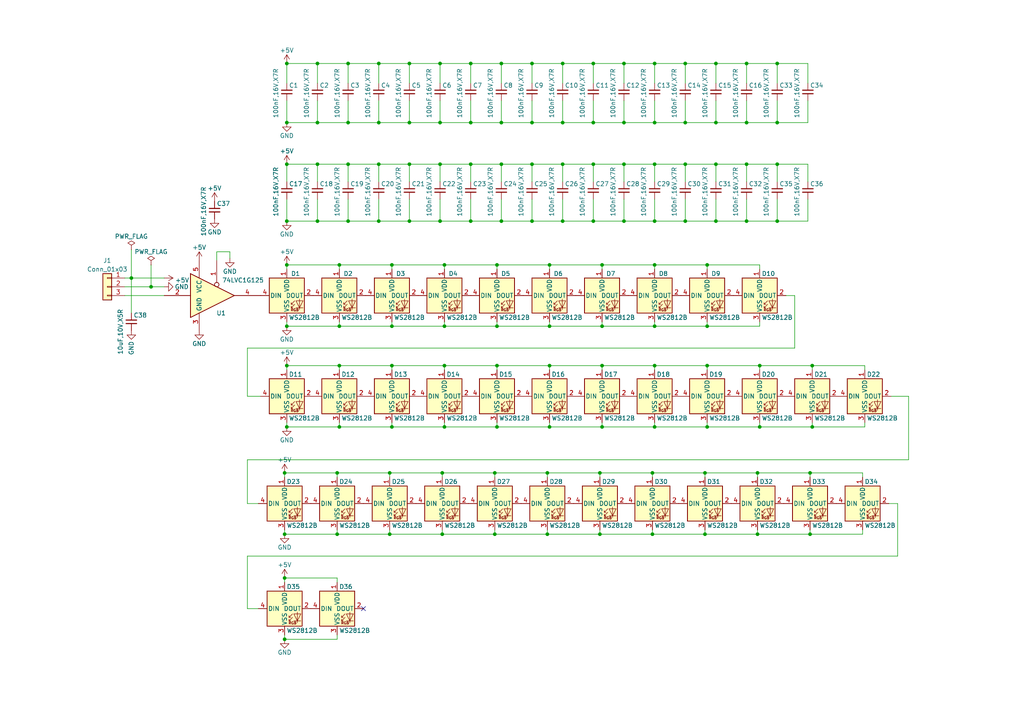
<source format=kicad_sch>
(kicad_sch (version 20230121) (generator eeschema)
  (paper "A4")
  (junction (at 83.185 64.135))
  (junction (at 172.085 35.56))
  (junction (at 100.965 35.56))
  (junction (at 98.425 106.045))
  (junction (at 163.195 35.56))
  (junction (at 159.385 94.615))
  (junction (at 43.815 83.185))
  (junction (at 163.195 18.415))
  (junction (at 198.755 47.625))
  (junction (at 144.145 94.615))
  (junction (at 144.145 76.835))
  (junction (at 174.625 123.825))
  (junction (at 136.525 47.625))
  (junction (at 180.975 64.135))
  (junction (at 189.865 47.625))
  (junction (at 158.75 154.94))
  (junction (at 189.865 76.835))
  (junction (at 189.865 18.415))
  (junction (at 205.105 106.045))
  (junction (at 172.085 47.625))
  (junction (at 92.075 64.135))
  (junction (at 127.635 64.135))
  (junction (at 219.71 137.16))
  (junction (at 189.865 94.615))
  (junction (at 128.905 76.835))
  (junction (at 82.55 137.16))
  (junction (at 83.185 47.625))
  (junction (at 109.855 35.56))
  (junction (at 205.105 94.615))
  (junction (at 83.185 106.045))
  (junction (at 216.535 47.625))
  (junction (at 143.51 137.16))
  (junction (at 118.745 35.56))
  (junction (at 128.27 154.94))
  (junction (at 225.425 64.135))
  (junction (at 100.965 18.415))
  (junction (at 216.535 18.415))
  (junction (at 143.51 154.94))
  (junction (at 118.745 64.135))
  (junction (at 220.345 106.045))
  (junction (at 145.415 18.415))
  (junction (at 109.855 18.415))
  (junction (at 235.585 106.045))
  (junction (at 216.535 35.56))
  (junction (at 189.23 137.16))
  (junction (at 97.79 154.94))
  (junction (at 173.99 154.94))
  (junction (at 225.425 18.415))
  (junction (at 189.23 154.94))
  (junction (at 180.975 18.415))
  (junction (at 216.535 64.135))
  (junction (at 83.185 94.615))
  (junction (at 98.425 94.615))
  (junction (at 225.425 35.56))
  (junction (at 128.905 106.045))
  (junction (at 83.185 18.415))
  (junction (at 100.965 64.135))
  (junction (at 205.105 76.835))
  (junction (at 118.745 47.625))
  (junction (at 198.755 64.135))
  (junction (at 207.645 47.625))
  (junction (at 180.975 47.625))
  (junction (at 145.415 47.625))
  (junction (at 109.855 64.135))
  (junction (at 204.47 137.16))
  (junction (at 159.385 106.045))
  (junction (at 220.345 123.825))
  (junction (at 109.855 47.625))
  (junction (at 92.075 18.415))
  (junction (at 83.185 35.56))
  (junction (at 198.755 35.56))
  (junction (at 136.525 18.415))
  (junction (at 174.625 94.615))
  (junction (at 145.415 64.135))
  (junction (at 159.385 123.825))
  (junction (at 219.71 154.94))
  (junction (at 180.975 35.56))
  (junction (at 82.55 185.42))
  (junction (at 174.625 106.045))
  (junction (at 189.865 35.56))
  (junction (at 207.645 64.135))
  (junction (at 204.47 154.94))
  (junction (at 205.105 123.825))
  (junction (at 189.865 123.825))
  (junction (at 172.085 64.135))
  (junction (at 38.1 80.645))
  (junction (at 154.305 18.415))
  (junction (at 98.425 76.835))
  (junction (at 136.525 35.56))
  (junction (at 154.305 47.625))
  (junction (at 113.665 106.045))
  (junction (at 92.075 35.56))
  (junction (at 172.085 18.415))
  (junction (at 154.305 35.56))
  (junction (at 118.745 18.415))
  (junction (at 113.665 123.825))
  (junction (at 127.635 35.56))
  (junction (at 159.385 76.835))
  (junction (at 163.195 47.625))
  (junction (at 127.635 18.415))
  (junction (at 97.79 137.16))
  (junction (at 83.185 123.825))
  (junction (at 198.755 18.415))
  (junction (at 234.95 154.94))
  (junction (at 100.965 47.625))
  (junction (at 207.645 18.415))
  (junction (at 235.585 123.825))
  (junction (at 113.03 137.16))
  (junction (at 173.99 137.16))
  (junction (at 158.75 137.16))
  (junction (at 128.905 123.825))
  (junction (at 207.645 35.56))
  (junction (at 225.425 47.625))
  (junction (at 113.665 76.835))
  (junction (at 82.55 154.94))
  (junction (at 113.03 154.94))
  (junction (at 144.145 106.045))
  (junction (at 234.95 137.16))
  (junction (at 136.525 64.135))
  (junction (at 82.55 167.64))
  (junction (at 92.075 47.625))
  (junction (at 144.145 123.825))
  (junction (at 128.905 94.615))
  (junction (at 154.305 64.135))
  (junction (at 83.185 76.835))
  (junction (at 128.27 137.16))
  (junction (at 145.415 35.56))
  (junction (at 163.195 64.135))
  (junction (at 189.865 64.135))
  (junction (at 98.425 123.825))
  (junction (at 189.865 106.045))
  (junction (at 113.665 94.615))
  (junction (at 174.625 76.835))
  (junction (at 127.635 47.625))
  (no_connect (at 105.41 176.53))
  (wire (pts (xy 225.425 35.56) (xy 234.315 35.56)))
  (wire (pts (xy 225.425 47.625) (xy 234.315 47.625)))
  (wire (pts (xy 189.865 93.345) (xy 189.865 94.615)))
  (wire (pts (xy 82.55 137.16) (xy 82.55 138.43)))
  (wire (pts (xy 205.105 76.835) (xy 220.345 76.835)))
  (wire (pts (xy 113.665 106.045) (xy 113.665 107.315)))
  (wire (pts (xy 205.105 123.825) (xy 220.345 123.825)))
  (wire (pts (xy 225.425 64.135) (xy 216.535 64.135)))
  (wire (pts (xy 220.345 106.045) (xy 235.585 106.045)))
  (wire (pts (xy 180.975 47.625) (xy 189.865 47.625)))
  (wire (pts (xy 127.635 18.415) (xy 127.635 24.13)))
  (wire (pts (xy 207.645 47.625) (xy 207.645 52.705)))
  (wire (pts (xy 159.385 93.345) (xy 159.385 94.615)))
  (wire (pts (xy 92.075 18.415) (xy 100.965 18.415)))
  (wire (pts (xy 100.965 47.625) (xy 100.965 52.705)))
  (wire (pts (xy 158.75 137.16) (xy 173.99 137.16)))
  (wire (pts (xy 128.905 93.345) (xy 128.905 94.615)))
  (wire (pts (xy 118.745 18.415) (xy 118.745 24.13)))
  (wire (pts (xy 127.635 29.21) (xy 127.635 35.56)))
  (wire (pts (xy 136.525 29.21) (xy 136.525 35.56)))
  (wire (pts (xy 83.185 76.835) (xy 98.425 76.835)))
  (wire (pts (xy 174.625 106.045) (xy 189.865 106.045)))
  (wire (pts (xy 180.975 47.625) (xy 180.975 52.705)))
  (wire (pts (xy 100.965 47.625) (xy 109.855 47.625)))
  (wire (pts (xy 189.865 122.555) (xy 189.865 123.825)))
  (wire (pts (xy 92.075 47.625) (xy 100.965 47.625)))
  (wire (pts (xy 128.905 106.045) (xy 128.905 107.315)))
  (wire (pts (xy 225.425 29.21) (xy 225.425 35.56)))
  (wire (pts (xy 83.185 35.56) (xy 92.075 35.56)))
  (wire (pts (xy 189.865 94.615) (xy 205.105 94.615)))
  (wire (pts (xy 83.185 29.21) (xy 83.185 35.56)))
  (wire (pts (xy 113.03 153.67) (xy 113.03 154.94)))
  (wire (pts (xy 98.425 94.615) (xy 113.665 94.615)))
  (wire (pts (xy 173.99 137.16) (xy 189.23 137.16)))
  (wire (pts (xy 219.71 153.67) (xy 219.71 154.94)))
  (wire (pts (xy 136.525 18.415) (xy 136.525 24.13)))
  (wire (pts (xy 216.535 64.135) (xy 207.645 64.135)))
  (wire (pts (xy 219.71 137.16) (xy 234.95 137.16)))
  (wire (pts (xy 220.345 122.555) (xy 220.345 123.825)))
  (wire (pts (xy 128.27 137.16) (xy 128.27 138.43)))
  (wire (pts (xy 219.71 137.16) (xy 219.71 138.43)))
  (wire (pts (xy 136.525 18.415) (xy 145.415 18.415)))
  (wire (pts (xy 82.55 184.15) (xy 82.55 185.42)))
  (wire (pts (xy 260.35 161.29) (xy 260.35 146.05)))
  (wire (pts (xy 38.1 72.39) (xy 38.1 80.645)))
  (wire (pts (xy 207.645 18.415) (xy 216.535 18.415)))
  (wire (pts (xy 144.145 106.045) (xy 144.145 107.315)))
  (wire (pts (xy 154.305 47.625) (xy 163.195 47.625)))
  (wire (pts (xy 145.415 35.56) (xy 154.305 35.56)))
  (wire (pts (xy 128.905 122.555) (xy 128.905 123.825)))
  (wire (pts (xy 220.345 123.825) (xy 235.585 123.825)))
  (wire (pts (xy 82.55 167.64) (xy 82.55 168.91)))
  (wire (pts (xy 250.825 106.045) (xy 250.825 107.315)))
  (wire (pts (xy 163.195 57.785) (xy 163.195 64.135)))
  (wire (pts (xy 109.855 29.21) (xy 109.855 35.56)))
  (wire (pts (xy 43.815 83.185) (xy 47.625 83.185)))
  (wire (pts (xy 83.185 106.045) (xy 83.185 107.315)))
  (wire (pts (xy 198.755 64.135) (xy 189.865 64.135)))
  (wire (pts (xy 144.145 106.045) (xy 159.385 106.045)))
  (wire (pts (xy 118.745 18.415) (xy 127.635 18.415)))
  (wire (pts (xy 127.635 47.625) (xy 127.635 52.705)))
  (wire (pts (xy 128.905 76.835) (xy 128.905 78.105)))
  (wire (pts (xy 118.745 29.21) (xy 118.745 35.56)))
  (wire (pts (xy 216.535 47.625) (xy 216.535 52.705)))
  (wire (pts (xy 198.755 47.625) (xy 207.645 47.625)))
  (wire (pts (xy 82.55 154.94) (xy 97.79 154.94)))
  (wire (pts (xy 204.47 137.16) (xy 219.71 137.16)))
  (wire (pts (xy 172.085 18.415) (xy 172.085 24.13)))
  (wire (pts (xy 82.55 153.67) (xy 82.55 154.94)))
  (wire (pts (xy 234.315 18.415) (xy 234.315 24.13)))
  (wire (pts (xy 100.965 64.135) (xy 92.075 64.135)))
  (wire (pts (xy 143.51 137.16) (xy 143.51 138.43)))
  (wire (pts (xy 100.965 18.415) (xy 109.855 18.415)))
  (wire (pts (xy 97.79 137.16) (xy 113.03 137.16)))
  (wire (pts (xy 71.755 161.29) (xy 71.755 176.53)))
  (wire (pts (xy 136.525 57.785) (xy 136.525 64.135)))
  (wire (pts (xy 144.145 94.615) (xy 159.385 94.615)))
  (wire (pts (xy 207.645 57.785) (xy 207.645 64.135)))
  (wire (pts (xy 250.19 137.16) (xy 250.19 138.43)))
  (wire (pts (xy 118.745 35.56) (xy 127.635 35.56)))
  (wire (pts (xy 250.19 154.94) (xy 250.19 153.67)))
  (wire (pts (xy 113.665 76.835) (xy 113.665 78.105)))
  (wire (pts (xy 36.195 83.185) (xy 43.815 83.185)))
  (wire (pts (xy 83.185 24.13) (xy 83.185 18.415)))
  (wire (pts (xy 189.865 64.135) (xy 180.975 64.135)))
  (wire (pts (xy 109.855 18.415) (xy 109.855 24.13)))
  (wire (pts (xy 180.975 57.785) (xy 180.975 64.135)))
  (wire (pts (xy 234.95 137.16) (xy 234.95 138.43)))
  (wire (pts (xy 113.665 93.345) (xy 113.665 94.615)))
  (wire (pts (xy 198.755 57.785) (xy 198.755 64.135)))
  (wire (pts (xy 180.975 18.415) (xy 180.975 24.13)))
  (wire (pts (xy 189.865 18.415) (xy 198.755 18.415)))
  (wire (pts (xy 189.865 47.625) (xy 189.865 52.705)))
  (wire (pts (xy 71.755 114.935) (xy 75.565 114.935)))
  (wire (pts (xy 158.75 153.67) (xy 158.75 154.94)))
  (wire (pts (xy 136.525 64.135) (xy 127.635 64.135)))
  (wire (pts (xy 113.03 137.16) (xy 113.03 138.43)))
  (wire (pts (xy 92.075 29.21) (xy 92.075 35.56)))
  (wire (pts (xy 234.315 64.135) (xy 225.425 64.135)))
  (wire (pts (xy 227.965 85.725) (xy 230.505 85.725)))
  (wire (pts (xy 109.855 47.625) (xy 118.745 47.625)))
  (wire (pts (xy 220.345 94.615) (xy 220.345 93.345)))
  (wire (pts (xy 113.03 137.16) (xy 128.27 137.16)))
  (wire (pts (xy 172.085 35.56) (xy 180.975 35.56)))
  (wire (pts (xy 189.865 57.785) (xy 189.865 64.135)))
  (wire (pts (xy 100.965 29.21) (xy 100.965 35.56)))
  (wire (pts (xy 82.55 185.42) (xy 97.79 185.42)))
  (wire (pts (xy 98.425 76.835) (xy 113.665 76.835)))
  (wire (pts (xy 145.415 64.135) (xy 136.525 64.135)))
  (wire (pts (xy 189.865 76.835) (xy 205.105 76.835)))
  (wire (pts (xy 83.185 52.705) (xy 83.185 47.625)))
  (wire (pts (xy 207.645 29.21) (xy 207.645 35.56)))
  (wire (pts (xy 113.665 106.045) (xy 128.905 106.045)))
  (wire (pts (xy 189.865 35.56) (xy 198.755 35.56)))
  (wire (pts (xy 83.185 122.555) (xy 83.185 123.825)))
  (wire (pts (xy 145.415 47.625) (xy 154.305 47.625)))
  (wire (pts (xy 92.075 57.785) (xy 92.075 64.135)))
  (wire (pts (xy 220.345 76.835) (xy 220.345 78.105)))
  (wire (pts (xy 97.79 184.15) (xy 97.79 185.42)))
  (wire (pts (xy 198.755 47.625) (xy 198.755 52.705)))
  (wire (pts (xy 113.665 94.615) (xy 128.905 94.615)))
  (wire (pts (xy 205.105 93.345) (xy 205.105 94.615)))
  (wire (pts (xy 235.585 106.045) (xy 235.585 107.315)))
  (wire (pts (xy 71.755 176.53) (xy 74.93 176.53)))
  (wire (pts (xy 83.185 123.825) (xy 98.425 123.825)))
  (wire (pts (xy 189.23 137.16) (xy 204.47 137.16)))
  (wire (pts (xy 205.105 76.835) (xy 205.105 78.105)))
  (wire (pts (xy 172.085 47.625) (xy 172.085 52.705)))
  (wire (pts (xy 71.755 161.29) (xy 260.35 161.29)))
  (wire (pts (xy 172.085 29.21) (xy 172.085 35.56)))
  (wire (pts (xy 113.665 76.835) (xy 128.905 76.835)))
  (wire (pts (xy 174.625 76.835) (xy 174.625 78.105)))
  (wire (pts (xy 180.975 18.415) (xy 189.865 18.415)))
  (wire (pts (xy 154.305 47.625) (xy 154.305 52.705)))
  (wire (pts (xy 145.415 18.415) (xy 145.415 24.13)))
  (wire (pts (xy 113.03 154.94) (xy 128.27 154.94)))
  (wire (pts (xy 189.23 137.16) (xy 189.23 138.43)))
  (wire (pts (xy 225.425 18.415) (xy 225.425 24.13)))
  (wire (pts (xy 98.425 123.825) (xy 113.665 123.825)))
  (wire (pts (xy 189.865 106.045) (xy 189.865 107.315)))
  (wire (pts (xy 154.305 57.785) (xy 154.305 64.135)))
  (wire (pts (xy 180.975 35.56) (xy 189.865 35.56)))
  (wire (pts (xy 225.425 47.625) (xy 225.425 52.705)))
  (wire (pts (xy 100.965 35.56) (xy 109.855 35.56)))
  (wire (pts (xy 154.305 64.135) (xy 145.415 64.135)))
  (wire (pts (xy 154.305 18.415) (xy 154.305 24.13)))
  (wire (pts (xy 207.645 35.56) (xy 216.535 35.56)))
  (wire (pts (xy 172.085 47.625) (xy 180.975 47.625)))
  (wire (pts (xy 98.425 93.345) (xy 98.425 94.615)))
  (wire (pts (xy 62.865 73.025) (xy 66.675 73.025)))
  (wire (pts (xy 263.525 114.935) (xy 258.445 114.935)))
  (wire (pts (xy 189.865 76.835) (xy 189.865 78.105)))
  (wire (pts (xy 174.625 93.345) (xy 174.625 94.615)))
  (wire (pts (xy 234.315 57.785) (xy 234.315 64.135)))
  (wire (pts (xy 82.55 137.16) (xy 97.79 137.16)))
  (wire (pts (xy 207.645 18.415) (xy 207.645 24.13)))
  (wire (pts (xy 143.51 153.67) (xy 143.51 154.94)))
  (wire (pts (xy 163.195 18.415) (xy 163.195 24.13)))
  (wire (pts (xy 82.55 167.64) (xy 97.79 167.64)))
  (wire (pts (xy 100.965 18.415) (xy 100.965 24.13)))
  (wire (pts (xy 145.415 47.625) (xy 145.415 52.705)))
  (wire (pts (xy 127.635 18.415) (xy 136.525 18.415)))
  (wire (pts (xy 204.47 154.94) (xy 219.71 154.94)))
  (wire (pts (xy 204.47 153.67) (xy 204.47 154.94)))
  (wire (pts (xy 163.195 64.135) (xy 154.305 64.135)))
  (wire (pts (xy 36.195 85.725) (xy 47.625 85.725)))
  (wire (pts (xy 198.755 24.13) (xy 198.755 18.415)))
  (wire (pts (xy 172.085 57.785) (xy 172.085 64.135)))
  (wire (pts (xy 163.195 47.625) (xy 163.195 52.705)))
  (wire (pts (xy 109.855 47.625) (xy 109.855 52.705)))
  (wire (pts (xy 97.79 137.16) (xy 97.79 138.43)))
  (wire (pts (xy 163.195 35.56) (xy 172.085 35.56)))
  (wire (pts (xy 128.905 123.825) (xy 144.145 123.825)))
  (wire (pts (xy 159.385 76.835) (xy 159.385 78.105)))
  (wire (pts (xy 189.865 106.045) (xy 205.105 106.045)))
  (wire (pts (xy 83.185 106.045) (xy 98.425 106.045)))
  (wire (pts (xy 92.075 35.56) (xy 100.965 35.56)))
  (wire (pts (xy 118.745 47.625) (xy 118.745 52.705)))
  (wire (pts (xy 205.105 122.555) (xy 205.105 123.825)))
  (wire (pts (xy 225.425 57.785) (xy 225.425 64.135)))
  (wire (pts (xy 174.625 94.615) (xy 189.865 94.615)))
  (wire (pts (xy 97.79 167.64) (xy 97.79 168.91)))
  (wire (pts (xy 216.535 35.56) (xy 225.425 35.56)))
  (wire (pts (xy 136.525 47.625) (xy 136.525 52.705)))
  (wire (pts (xy 144.145 123.825) (xy 159.385 123.825)))
  (wire (pts (xy 36.195 80.645) (xy 38.1 80.645)))
  (wire (pts (xy 83.185 94.615) (xy 98.425 94.615)))
  (wire (pts (xy 174.625 76.835) (xy 189.865 76.835)))
  (wire (pts (xy 174.625 123.825) (xy 189.865 123.825)))
  (wire (pts (xy 109.855 35.56) (xy 118.745 35.56)))
  (wire (pts (xy 71.755 146.05) (xy 71.755 133.35)))
  (wire (pts (xy 154.305 18.415) (xy 163.195 18.415)))
  (wire (pts (xy 128.27 154.94) (xy 143.51 154.94)))
  (wire (pts (xy 180.975 29.21) (xy 180.975 35.56)))
  (wire (pts (xy 163.195 47.625) (xy 172.085 47.625)))
  (wire (pts (xy 38.1 80.645) (xy 47.625 80.645)))
  (wire (pts (xy 98.425 106.045) (xy 113.665 106.045)))
  (wire (pts (xy 173.99 137.16) (xy 173.99 138.43)))
  (wire (pts (xy 159.385 76.835) (xy 174.625 76.835)))
  (wire (pts (xy 234.95 153.67) (xy 234.95 154.94)))
  (wire (pts (xy 205.105 106.045) (xy 220.345 106.045)))
  (wire (pts (xy 71.755 133.35) (xy 263.525 133.35)))
  (wire (pts (xy 234.315 47.625) (xy 234.315 52.705)))
  (wire (pts (xy 109.855 18.415) (xy 118.745 18.415)))
  (wire (pts (xy 109.855 64.135) (xy 100.965 64.135)))
  (wire (pts (xy 62.865 75.565) (xy 62.865 73.025)))
  (wire (pts (xy 205.105 106.045) (xy 205.105 107.315)))
  (wire (pts (xy 118.745 57.785) (xy 118.745 64.135)))
  (wire (pts (xy 172.085 64.135) (xy 163.195 64.135)))
  (wire (pts (xy 128.27 137.16) (xy 143.51 137.16)))
  (wire (pts (xy 71.755 100.965) (xy 230.505 100.965)))
  (wire (pts (xy 174.625 106.045) (xy 174.625 107.315)))
  (wire (pts (xy 98.425 106.045) (xy 98.425 107.315)))
  (wire (pts (xy 204.47 137.16) (xy 204.47 138.43)))
  (wire (pts (xy 144.145 76.835) (xy 159.385 76.835)))
  (wire (pts (xy 43.815 76.835) (xy 43.815 83.185)))
  (wire (pts (xy 118.745 64.135) (xy 109.855 64.135)))
  (wire (pts (xy 163.195 29.21) (xy 163.195 35.56)))
  (wire (pts (xy 100.965 57.785) (xy 100.965 64.135)))
  (wire (pts (xy 71.755 100.965) (xy 71.755 114.935)))
  (wire (pts (xy 225.425 18.415) (xy 234.315 18.415)))
  (wire (pts (xy 83.185 64.135) (xy 83.185 57.785)))
  (wire (pts (xy 83.185 93.345) (xy 83.185 94.615)))
  (wire (pts (xy 92.075 18.415) (xy 92.075 24.13)))
  (wire (pts (xy 83.185 47.625) (xy 92.075 47.625)))
  (wire (pts (xy 174.625 122.555) (xy 174.625 123.825)))
  (wire (pts (xy 158.75 154.94) (xy 173.99 154.94)))
  (wire (pts (xy 66.675 73.025) (xy 66.675 74.93)))
  (wire (pts (xy 154.305 35.56) (xy 163.195 35.56)))
  (wire (pts (xy 230.505 85.725) (xy 230.505 100.965)))
  (wire (pts (xy 257.81 146.05) (xy 260.35 146.05)))
  (wire (pts (xy 145.415 57.785) (xy 145.415 64.135)))
  (wire (pts (xy 136.525 35.56) (xy 145.415 35.56)))
  (wire (pts (xy 234.95 154.94) (xy 250.19 154.94)))
  (wire (pts (xy 216.535 18.415) (xy 225.425 18.415)))
  (wire (pts (xy 220.345 106.045) (xy 220.345 107.315)))
  (wire (pts (xy 159.385 122.555) (xy 159.385 123.825)))
  (wire (pts (xy 92.075 47.625) (xy 92.075 52.705)))
  (wire (pts (xy 143.51 137.16) (xy 158.75 137.16)))
  (wire (pts (xy 127.635 47.625) (xy 136.525 47.625)))
  (wire (pts (xy 216.535 57.785) (xy 216.535 64.135)))
  (wire (pts (xy 263.525 114.935) (xy 263.525 133.35)))
  (wire (pts (xy 145.415 18.415) (xy 154.305 18.415)))
  (wire (pts (xy 118.745 47.625) (xy 127.635 47.625)))
  (wire (pts (xy 234.315 35.56) (xy 234.315 29.21)))
  (wire (pts (xy 235.585 123.825) (xy 250.825 123.825)))
  (wire (pts (xy 97.79 154.94) (xy 113.03 154.94)))
  (wire (pts (xy 159.385 123.825) (xy 174.625 123.825)))
  (wire (pts (xy 172.085 18.415) (xy 180.975 18.415)))
  (wire (pts (xy 216.535 29.21) (xy 216.535 35.56)))
  (wire (pts (xy 198.755 29.21) (xy 198.755 35.56)))
  (wire (pts (xy 38.1 80.645) (xy 38.1 90.805)))
  (wire (pts (xy 189.23 154.94) (xy 204.47 154.94)))
  (wire (pts (xy 159.385 106.045) (xy 174.625 106.045)))
  (wire (pts (xy 145.415 29.21) (xy 145.415 35.56)))
  (wire (pts (xy 198.755 35.56) (xy 207.645 35.56)))
  (wire (pts (xy 144.145 122.555) (xy 144.145 123.825)))
  (wire (pts (xy 207.645 47.625) (xy 216.535 47.625)))
  (wire (pts (xy 127.635 57.785) (xy 127.635 64.135)))
  (wire (pts (xy 189.865 123.825) (xy 205.105 123.825)))
  (wire (pts (xy 136.525 47.625) (xy 145.415 47.625)))
  (wire (pts (xy 113.665 122.555) (xy 113.665 123.825)))
  (wire (pts (xy 198.755 18.415) (xy 207.645 18.415)))
  (wire (pts (xy 216.535 24.13) (xy 216.535 18.415)))
  (wire (pts (xy 128.905 76.835) (xy 144.145 76.835)))
  (wire (pts (xy 173.99 153.67) (xy 173.99 154.94)))
  (wire (pts (xy 92.075 64.135) (xy 83.185 64.135)))
  (wire (pts (xy 159.385 106.045) (xy 159.385 107.315)))
  (wire (pts (xy 180.975 64.135) (xy 172.085 64.135)))
  (wire (pts (xy 113.665 123.825) (xy 128.905 123.825)))
  (wire (pts (xy 154.305 29.21) (xy 154.305 35.56)))
  (wire (pts (xy 189.865 29.21) (xy 189.865 35.56)))
  (wire (pts (xy 98.425 122.555) (xy 98.425 123.825)))
  (wire (pts (xy 189.23 153.67) (xy 189.23 154.94)))
  (wire (pts (xy 235.585 106.045) (xy 250.825 106.045)))
  (wire (pts (xy 158.75 137.16) (xy 158.75 138.43)))
  (wire (pts (xy 83.185 18.415) (xy 92.075 18.415)))
  (wire (pts (xy 205.105 94.615) (xy 220.345 94.615)))
  (wire (pts (xy 127.635 35.56) (xy 136.525 35.56)))
  (wire (pts (xy 234.95 137.16) (xy 250.19 137.16)))
  (wire (pts (xy 74.93 146.05) (xy 71.755 146.05)))
  (wire (pts (xy 128.27 153.67) (xy 128.27 154.94)))
  (wire (pts (xy 144.145 93.345) (xy 144.145 94.615)))
  (wire (pts (xy 189.865 18.415) (xy 189.865 24.13)))
  (wire (pts (xy 235.585 122.555) (xy 235.585 123.825)))
  (wire (pts (xy 97.79 153.67) (xy 97.79 154.94)))
  (wire (pts (xy 128.905 94.615) (xy 144.145 94.615)))
  (wire (pts (xy 128.905 106.045) (xy 144.145 106.045)))
  (wire (pts (xy 127.635 64.135) (xy 118.745 64.135)))
  (wire (pts (xy 173.99 154.94) (xy 189.23 154.94)))
  (wire (pts (xy 163.195 18.415) (xy 172.085 18.415)))
  (wire (pts (xy 189.865 47.625) (xy 198.755 47.625)))
  (wire (pts (xy 144.145 76.835) (xy 144.145 78.105)))
  (wire (pts (xy 219.71 154.94) (xy 234.95 154.94)))
  (wire (pts (xy 216.535 47.625) (xy 225.425 47.625)))
  (wire (pts (xy 250.825 122.555) (xy 250.825 123.825)))
  (wire (pts (xy 143.51 154.94) (xy 158.75 154.94)))
  (wire (pts (xy 159.385 94.615) (xy 174.625 94.615)))
  (wire (pts (xy 98.425 76.835) (xy 98.425 78.105)))
  (wire (pts (xy 83.185 76.835) (xy 83.185 78.105)))
  (wire (pts (xy 109.855 57.785) (xy 109.855 64.135)))
  (wire (pts (xy 207.645 64.135) (xy 198.755 64.135)))
  (symbol (lib_id "library:WS2812B") (at 83.185 114.935 0) (unit 1)
    (property "Reference" "D11" (at 85.725 108.585 0))
    (property "Value" "WS2812B" (at 88.265 121.285 0))
    (property "Footprint" "library:LED_WS2812B_PLCC4_5.0x5.0mm_P3.2mm" (effects hide))
    (property "Datasheet" "https://cdn-shop.adafruit.com/datasheets/WS2812B.pdf" (effects hide))
    (property "LCSC" "C2843785" (effects hide))
  )
  (symbol (lib_id "library:100nF,16V,X7R") (at 163.195 55.245 0) (unit 1)
    (property "Reference" "C26" (at 163.83 53.34 0) (effects (justify left)))
    (property "Value" "100nF,16V,X7R " (at 160.02 62.865 90) (effects (justify left)))
    (property "Footprint" "library:C_0402_1005Metric" (effects hide))
    (property "Datasheet" "https://datasheet.lcsc.com/lcsc/1810191219_Samsung-Electro-Mechanics-CL05B104KO5NNNC_C1525.pdf" (effects hide))
    (property "LCSC" "C1525" (effects hide))
    (property "MFG" "Samsung Electro-Mechanics" (effects hide))
    (property "MFGPN" "CL05B104KO5NNNC" (effects hide))
  )
  (symbol (lib_id "library:WS2812B") (at 113.665 114.935 0) (unit 1)
    (property "Reference" "D13" (at 116.205 108.585 0))
    (property "Value" "WS2812B" (at 118.745 121.285 0))
    (property "Footprint" "library:LED_WS2812B_PLCC4_5.0x5.0mm_P3.2mm" (effects hide))
    (property "Datasheet" "https://cdn-shop.adafruit.com/datasheets/WS2812B.pdf" (effects hide))
    (property "LCSC" "C2843785" (effects hide))
  )
  (symbol (lib_id "library:100nF,16V,X7R") (at 127.635 55.245 0) (unit 1)
    (property "Reference" "C22" (at 128.27 53.34 0) (effects (justify left)))
    (property "Value" "100nF,16V,X7R " (at 124.46 62.865 90) (effects (justify left)))
    (property "Footprint" "library:C_0402_1005Metric" (effects hide))
    (property "Datasheet" "https://datasheet.lcsc.com/lcsc/1810191219_Samsung-Electro-Mechanics-CL05B104KO5NNNC_C1525.pdf" (effects hide))
    (property "LCSC" "C1525" (effects hide))
    (property "MFG" "Samsung Electro-Mechanics" (effects hide))
    (property "MFGPN" "CL05B104KO5NNNC" (effects hide))
  )
  (symbol (lib_id "library:100nF,16V,X7R") (at 136.525 55.245 0) (unit 1)
    (property "Reference" "C23" (at 137.16 53.34 0) (effects (justify left)))
    (property "Value" "100nF,16V,X7R " (at 133.35 62.865 90) (effects (justify left)))
    (property "Footprint" "library:C_0402_1005Metric" (effects hide))
    (property "Datasheet" "https://datasheet.lcsc.com/lcsc/1810191219_Samsung-Electro-Mechanics-CL05B104KO5NNNC_C1525.pdf" (effects hide))
    (property "LCSC" "C1525" (effects hide))
    (property "MFG" "Samsung Electro-Mechanics" (effects hide))
    (property "MFGPN" "CL05B104KO5NNNC" (effects hide))
  )
  (symbol (lib_id "library:WS2812B") (at 250.19 146.05 0) (unit 1)
    (property "Reference" "D34" (at 252.73 139.7 0))
    (property "Value" "WS2812B" (at 255.27 152.4 0))
    (property "Footprint" "library:LED_WS2812B_PLCC4_5.0x5.0mm_P3.2mm" (effects hide))
    (property "Datasheet" "https://cdn-shop.adafruit.com/datasheets/WS2812B.pdf" (effects hide))
    (property "LCSC" "C2843785" (effects hide))
  )
  (symbol (lib_id "power:GND") (at 62.23 63.5 0) (unit 1)
    (property "Reference" "#PWR015" (effects hide))
    (property "Value" "GND" (at 62.23 67.31 0))
  )
  (symbol (lib_id "library:WS2812B") (at 82.55 176.53 0) (unit 1)
    (property "Reference" "D35" (at 85.09 170.18 0))
    (property "Value" "WS2812B" (at 87.63 182.88 0))
    (property "Footprint" "library:LED_WS2812B_PLCC4_5.0x5.0mm_P3.2mm" (effects hide))
    (property "Datasheet" "https://cdn-shop.adafruit.com/datasheets/WS2812B.pdf" (effects hide))
    (property "LCSC" "C2843785" (effects hide))
  )
  (symbol (lib_id "library:WS2812B") (at 83.185 85.725 0) (unit 1)
    (property "Reference" "D1" (at 85.725 79.375 0))
    (property "Value" "WS2812B" (at 88.265 92.075 0))
    (property "Footprint" "library:LED_WS2812B_PLCC4_5.0x5.0mm_P3.2mm" (effects hide))
    (property "Datasheet" "https://cdn-shop.adafruit.com/datasheets/WS2812B.pdf" (effects hide))
    (property "LCSC" "C2843785" (effects hide))
  )
  (symbol (lib_id "library:100nF,16V,X7R") (at 198.755 26.67 0) (unit 1)
    (property "Reference" "C14" (at 199.39 24.765 0) (effects (justify left)))
    (property "Value" "100nF,16V,X7R " (at 195.58 34.29 90) (effects (justify left)))
    (property "Footprint" "library:C_0402_1005Metric" (effects hide))
    (property "Datasheet" "https://datasheet.lcsc.com/lcsc/1810191219_Samsung-Electro-Mechanics-CL05B104KO5NNNC_C1525.pdf" (effects hide))
    (property "LCSC" "C1525" (effects hide))
    (property "MFG" "Samsung Electro-Mechanics" (effects hide))
    (property "MFGPN" "CL05B104KO5NNNC" (effects hide))
  )
  (symbol (lib_id "library:100nF,16V,X7R") (at 234.315 55.245 0) (unit 1)
    (property "Reference" "C36" (at 234.95 53.34 0) (effects (justify left)))
    (property "Value" "100nF,16V,X7R " (at 231.14 62.865 90) (effects (justify left)))
    (property "Footprint" "library:C_0402_1005Metric" (effects hide))
    (property "Datasheet" "https://datasheet.lcsc.com/lcsc/1810191219_Samsung-Electro-Mechanics-CL05B104KO5NNNC_C1525.pdf" (effects hide))
    (property "LCSC" "C1525" (effects hide))
    (property "MFG" "Samsung Electro-Mechanics" (effects hide))
    (property "MFGPN" "CL05B104KO5NNNC" (effects hide))
  )
  (symbol (lib_id "library:WS2812B") (at 143.51 146.05 0) (unit 1)
    (property "Reference" "D27" (at 146.05 139.7 0))
    (property "Value" "WS2812B" (at 148.59 152.4 0))
    (property "Footprint" "library:LED_WS2812B_PLCC4_5.0x5.0mm_P3.2mm" (effects hide))
    (property "Datasheet" "https://cdn-shop.adafruit.com/datasheets/WS2812B.pdf" (effects hide))
    (property "LCSC" "C2843785" (effects hide))
  )
  (symbol (lib_id "library:100nF,16V,X7R") (at 207.645 55.245 0) (unit 1)
    (property "Reference" "C31" (at 208.28 53.34 0) (effects (justify left)))
    (property "Value" "100nF,16V,X7R " (at 204.47 62.865 90) (effects (justify left)))
    (property "Footprint" "library:C_0402_1005Metric" (effects hide))
    (property "Datasheet" "https://datasheet.lcsc.com/lcsc/1810191219_Samsung-Electro-Mechanics-CL05B104KO5NNNC_C1525.pdf" (effects hide))
    (property "LCSC" "C1525" (effects hide))
    (property "MFG" "Samsung Electro-Mechanics" (effects hide))
    (property "MFGPN" "CL05B104KO5NNNC" (effects hide))
  )
  (symbol (lib_id "power:GND") (at 47.625 83.185 90) (unit 1)
    (property "Reference" "#PWR017" (effects hide))
    (property "Value" "GND" (at 52.705 83.185 90))
  )
  (symbol (lib_id "library:WS2812B") (at 234.95 146.05 0) (unit 1)
    (property "Reference" "D33" (at 237.49 139.7 0))
    (property "Value" "WS2812B" (at 240.03 152.4 0))
    (property "Footprint" "library:LED_WS2812B_PLCC4_5.0x5.0mm_P3.2mm" (effects hide))
    (property "Datasheet" "https://cdn-shop.adafruit.com/datasheets/WS2812B.pdf" (effects hide))
    (property "LCSC" "C2843785" (effects hide))
  )
  (symbol (lib_id "power:+5V") (at 57.785 75.565 0) (unit 1)
    (property "Reference" "#PWR012" (effects hide))
    (property "Value" "+5V" (at 57.785 71.755 0))
  )
  (symbol (lib_id "library:100nF,16V,X7R") (at 225.425 55.245 0) (unit 1)
    (property "Reference" "C35" (at 226.06 53.34 0) (effects (justify left)))
    (property "Value" "100nF,16V,X7R " (at 222.25 62.865 90) (effects (justify left)))
    (property "Footprint" "library:C_0402_1005Metric" (effects hide))
    (property "Datasheet" "https://datasheet.lcsc.com/lcsc/1810191219_Samsung-Electro-Mechanics-CL05B104KO5NNNC_C1525.pdf" (effects hide))
    (property "LCSC" "C1525" (effects hide))
    (property "MFG" "Samsung Electro-Mechanics" (effects hide))
    (property "MFGPN" "CL05B104KO5NNNC" (effects hide))
  )
  (symbol (lib_id "library:WS2812B") (at 128.905 85.725 0) (unit 1)
    (property "Reference" "D4" (at 131.445 79.375 0))
    (property "Value" "WS2812B" (at 133.985 92.075 0))
    (property "Footprint" "library:LED_WS2812B_PLCC4_5.0x5.0mm_P3.2mm" (effects hide))
    (property "Datasheet" "https://cdn-shop.adafruit.com/datasheets/WS2812B.pdf" (effects hide))
    (property "LCSC" "C2843785" (effects hide))
  )
  (symbol (lib_id "library:100nF,16V,X7R") (at 92.075 26.67 0) (unit 1)
    (property "Reference" "C2" (at 92.71 24.765 0) (effects (justify left)))
    (property "Value" "100nF,16V,X7R " (at 88.9 34.29 90) (effects (justify left)))
    (property "Footprint" "library:C_0402_1005Metric" (effects hide))
    (property "Datasheet" "https://datasheet.lcsc.com/lcsc/1810191219_Samsung-Electro-Mechanics-CL05B104KO5NNNC_C1525.pdf" (effects hide))
    (property "LCSC" "C1525" (effects hide))
    (property "MFG" "Samsung Electro-Mechanics" (effects hide))
    (property "MFGPN" "CL05B104KO5NNNC" (effects hide))
  )
  (symbol (lib_id "library:100nF,16V,X7R") (at 189.865 26.67 0) (unit 1)
    (property "Reference" "C13" (at 190.5 24.765 0) (effects (justify left)))
    (property "Value" "100nF,16V,X7R " (at 186.69 34.29 90) (effects (justify left)))
    (property "Footprint" "library:C_0402_1005Metric" (effects hide))
    (property "Datasheet" "https://datasheet.lcsc.com/lcsc/1810191219_Samsung-Electro-Mechanics-CL05B104KO5NNNC_C1525.pdf" (effects hide))
    (property "LCSC" "C1525" (effects hide))
    (property "MFG" "Samsung Electro-Mechanics" (effects hide))
    (property "MFGPN" "CL05B104KO5NNNC" (effects hide))
  )
  (symbol (lib_id "library:100nF,16V,X7R") (at 83.185 26.67 0) (unit 1)
    (property "Reference" "C1" (at 83.82 24.765 0) (effects (justify left)))
    (property "Value" "100nF,16V,X7R " (at 80.01 34.29 90) (effects (justify left)))
    (property "Footprint" "library:C_0402_1005Metric" (effects hide))
    (property "Datasheet" "https://datasheet.lcsc.com/lcsc/1810191219_Samsung-Electro-Mechanics-CL05B104KO5NNNC_C1525.pdf" (effects hide))
    (property "LCSC" "C1525" (effects hide))
    (property "MFG" "Samsung Electro-Mechanics" (effects hide))
    (property "MFGPN" "CL05B104KO5NNNC" (effects hide))
  )
  (symbol (lib_id "power:PWR_FLAG") (at 43.815 76.835 0) (unit 1)
    (property "Reference" "#FLG02" (effects hide))
    (property "Value" "PWR_FLAG" (at 43.815 73.025 0))
  )
  (symbol (lib_id "library:74LVC1G125") (at 62.865 85.725 0) (unit 1)
    (property "Reference" "U1" (at 64.135 90.805 0))
    (property "Value" "74LVC1G125" (at 70.485 81.28 0))
    (property "Footprint" "library:SOT-23-5" (effects hide))
    (property "Datasheet" "https://www.ti.com/lit/ds/symlink/sn74lvc1g125.pdf" (effects hide))
    (property "LCSC" "C23654" (effects hide))
  )
  (symbol (lib_id "library:100nF,16V,X7R") (at 145.415 55.245 0) (unit 1)
    (property "Reference" "C24" (at 146.05 53.34 0) (effects (justify left)))
    (property "Value" "100nF,16V,X7R " (at 142.24 62.865 90) (effects (justify left)))
    (property "Footprint" "library:C_0402_1005Metric" (effects hide))
    (property "Datasheet" "https://datasheet.lcsc.com/lcsc/1810191219_Samsung-Electro-Mechanics-CL05B104KO5NNNC_C1525.pdf" (effects hide))
    (property "LCSC" "C1525" (effects hide))
    (property "MFG" "Samsung Electro-Mechanics" (effects hide))
    (property "MFGPN" "CL05B104KO5NNNC" (effects hide))
  )
  (symbol (lib_id "library:100nF,16V,X7R") (at 172.085 26.67 0) (unit 1)
    (property "Reference" "C11" (at 172.72 24.765 0) (effects (justify left)))
    (property "Value" "100nF,16V,X7R " (at 168.91 34.29 90) (effects (justify left)))
    (property "Footprint" "library:C_0402_1005Metric" (effects hide))
    (property "Datasheet" "https://datasheet.lcsc.com/lcsc/1810191219_Samsung-Electro-Mechanics-CL05B104KO5NNNC_C1525.pdf" (effects hide))
    (property "LCSC" "C1525" (effects hide))
    (property "MFG" "Samsung Electro-Mechanics" (effects hide))
    (property "MFGPN" "CL05B104KO5NNNC" (effects hide))
  )
  (symbol (lib_id "library:100nF,16V,X7R") (at 118.745 26.67 0) (unit 1)
    (property "Reference" "C5" (at 119.38 24.765 0) (effects (justify left)))
    (property "Value" "100nF,16V,X7R " (at 115.57 34.29 90) (effects (justify left)))
    (property "Footprint" "library:C_0402_1005Metric" (effects hide))
    (property "Datasheet" "https://datasheet.lcsc.com/lcsc/1810191219_Samsung-Electro-Mechanics-CL05B104KO5NNNC_C1525.pdf" (effects hide))
    (property "LCSC" "C1525" (effects hide))
    (property "MFG" "Samsung Electro-Mechanics" (effects hide))
    (property "MFGPN" "CL05B104KO5NNNC" (effects hide))
  )
  (symbol (lib_id "power:+5V") (at 62.23 58.42 0) (unit 1)
    (property "Reference" "#PWR014" (effects hide))
    (property "Value" "+5V" (at 62.23 54.61 0))
  )
  (symbol (lib_id "library:100nF,16V,X7R") (at 189.865 55.245 0) (unit 1)
    (property "Reference" "C29" (at 190.5 53.34 0) (effects (justify left)))
    (property "Value" "100nF,16V,X7R " (at 186.69 62.865 90) (effects (justify left)))
    (property "Footprint" "library:C_0402_1005Metric" (effects hide))
    (property "Datasheet" "https://datasheet.lcsc.com/lcsc/1810191219_Samsung-Electro-Mechanics-CL05B104KO5NNNC_C1525.pdf" (effects hide))
    (property "LCSC" "C1525" (effects hide))
    (property "MFG" "Samsung Electro-Mechanics" (effects hide))
    (property "MFGPN" "CL05B104KO5NNNC" (effects hide))
  )
  (symbol (lib_id "library:WS2812B") (at 113.03 146.05 0) (unit 1)
    (property "Reference" "D25" (at 115.57 139.7 0))
    (property "Value" "WS2812B" (at 118.11 152.4 0))
    (property "Footprint" "library:LED_WS2812B_PLCC4_5.0x5.0mm_P3.2mm" (effects hide))
    (property "Datasheet" "https://cdn-shop.adafruit.com/datasheets/WS2812B.pdf" (effects hide))
    (property "LCSC" "C2843785" (effects hide))
  )
  (symbol (lib_id "library:100nF,16V,X7R") (at 100.965 26.67 0) (unit 1)
    (property "Reference" "C3" (at 101.6 24.765 0) (effects (justify left)))
    (property "Value" "100nF,16V,X7R " (at 97.79 34.29 90) (effects (justify left)))
    (property "Footprint" "library:C_0402_1005Metric" (effects hide))
    (property "Datasheet" "https://datasheet.lcsc.com/lcsc/1810191219_Samsung-Electro-Mechanics-CL05B104KO5NNNC_C1525.pdf" (effects hide))
    (property "LCSC" "C1525" (effects hide))
    (property "MFG" "Samsung Electro-Mechanics" (effects hide))
    (property "MFGPN" "CL05B104KO5NNNC" (effects hide))
  )
  (symbol (lib_id "power:+5V") (at 47.625 80.645 270) (unit 1)
    (property "Reference" "#PWR018" (effects hide))
    (property "Value" "+5V" (at 50.8 81.28 90) (effects (justify left)))
  )
  (symbol (lib_id "library:Conn_01x03") (at 31.115 83.185 0) (mirror y) (unit 1)
    (property "Reference" "J1" (at 31.115 75.565 0))
    (property "Value" "Conn_01x03" (at 31.115 78.105 0))
    (property "Footprint" "library:PinHeader_1x03_P2.54mm_Horizontal_SMD" (effects hide))
  )
  (symbol (lib_id "library:100nF,16V,X7R") (at 100.965 55.245 0) (unit 1)
    (property "Reference" "C19" (at 101.6 53.34 0) (effects (justify left)))
    (property "Value" "100nF,16V,X7R " (at 97.79 62.865 90) (effects (justify left)))
    (property "Footprint" "library:C_0402_1005Metric" (effects hide))
    (property "Datasheet" "https://datasheet.lcsc.com/lcsc/1810191219_Samsung-Electro-Mechanics-CL05B104KO5NNNC_C1525.pdf" (effects hide))
    (property "LCSC" "C1525" (effects hide))
    (property "MFG" "Samsung Electro-Mechanics" (effects hide))
    (property "MFGPN" "CL05B104KO5NNNC" (effects hide))
  )
  (symbol (lib_id "library:100nF,16V,X7R") (at 92.075 55.245 0) (unit 1)
    (property "Reference" "C18" (at 92.71 53.34 0) (effects (justify left)))
    (property "Value" "100nF,16V,X7R " (at 88.9 62.865 90) (effects (justify left)))
    (property "Footprint" "library:C_0402_1005Metric" (effects hide))
    (property "Datasheet" "https://datasheet.lcsc.com/lcsc/1810191219_Samsung-Electro-Mechanics-CL05B104KO5NNNC_C1525.pdf" (effects hide))
    (property "LCSC" "C1525" (effects hide))
    (property "MFG" "Samsung Electro-Mechanics" (effects hide))
    (property "MFGPN" "CL05B104KO5NNNC" (effects hide))
  )
  (symbol (lib_id "power:PWR_FLAG") (at 38.1 72.39 0) (unit 1)
    (property "Reference" "#FLG01" (effects hide))
    (property "Value" "PWR_FLAG" (at 38.1 68.58 0))
  )
  (symbol (lib_id "library:100nF,16V,X7R") (at 180.975 55.245 0) (unit 1)
    (property "Reference" "C28" (at 181.61 53.34 0) (effects (justify left)))
    (property "Value" "100nF,16V,X7R " (at 177.8 62.865 90) (effects (justify left)))
    (property "Footprint" "library:C_0402_1005Metric" (effects hide))
    (property "Datasheet" "https://datasheet.lcsc.com/lcsc/1810191219_Samsung-Electro-Mechanics-CL05B104KO5NNNC_C1525.pdf" (effects hide))
    (property "LCSC" "C1525" (effects hide))
    (property "MFG" "Samsung Electro-Mechanics" (effects hide))
    (property "MFGPN" "CL05B104KO5NNNC" (effects hide))
  )
  (symbol (lib_id "power:+5V") (at 82.55 137.16 0) (unit 1)
    (property "Reference" "#PWR05" (effects hide))
    (property "Value" "+5V" (at 82.55 133.35 0))
  )
  (symbol (lib_id "library:WS2812B") (at 82.55 146.05 0) (unit 1)
    (property "Reference" "D23" (at 85.09 139.7 0))
    (property "Value" "WS2812B" (at 87.63 152.4 0))
    (property "Footprint" "library:LED_WS2812B_PLCC4_5.0x5.0mm_P3.2mm" (effects hide))
    (property "Datasheet" "https://cdn-shop.adafruit.com/datasheets/WS2812B.pdf" (effects hide))
    (property "LCSC" "C2843785" (effects hide))
  )
  (symbol (lib_id "library:WS2812B") (at 204.47 146.05 0) (unit 1)
    (property "Reference" "D31" (at 207.01 139.7 0))
    (property "Value" "WS2812B" (at 209.55 152.4 0))
    (property "Footprint" "library:LED_WS2812B_PLCC4_5.0x5.0mm_P3.2mm" (effects hide))
    (property "Datasheet" "https://cdn-shop.adafruit.com/datasheets/WS2812B.pdf" (effects hide))
    (property "LCSC" "C2843785" (effects hide))
  )
  (symbol (lib_id "library:100nF,16V,X7R") (at 225.425 26.67 0) (unit 1)
    (property "Reference" "C33" (at 226.06 24.765 0) (effects (justify left)))
    (property "Value" "100nF,16V,X7R " (at 222.25 34.29 90) (effects (justify left)))
    (property "Footprint" "library:C_0402_1005Metric" (effects hide))
    (property "Datasheet" "https://datasheet.lcsc.com/lcsc/1810191219_Samsung-Electro-Mechanics-CL05B104KO5NNNC_C1525.pdf" (effects hide))
    (property "LCSC" "C1525" (effects hide))
    (property "MFG" "Samsung Electro-Mechanics" (effects hide))
    (property "MFGPN" "CL05B104KO5NNNC" (effects hide))
  )
  (symbol (lib_id "library:100nF,16V,X7R") (at 234.315 26.67 0) (unit 1)
    (property "Reference" "C34" (at 234.95 24.765 0) (effects (justify left)))
    (property "Value" "100nF,16V,X7R " (at 231.14 34.29 90) (effects (justify left)))
    (property "Footprint" "library:C_0402_1005Metric" (effects hide))
    (property "Datasheet" "https://datasheet.lcsc.com/lcsc/1810191219_Samsung-Electro-Mechanics-CL05B104KO5NNNC_C1525.pdf" (effects hide))
    (property "LCSC" "C1525" (effects hide))
    (property "MFG" "Samsung Electro-Mechanics" (effects hide))
    (property "MFGPN" "CL05B104KO5NNNC" (effects hide))
  )
  (symbol (lib_id "power:GND") (at 82.55 185.42 0) (unit 1)
    (property "Reference" "#PWR08" (effects hide))
    (property "Value" "GND" (at 82.55 189.23 0))
  )
  (symbol (lib_id "library:WS2812B") (at 128.905 114.935 0) (unit 1)
    (property "Reference" "D14" (at 131.445 108.585 0))
    (property "Value" "WS2812B" (at 133.985 121.285 0))
    (property "Footprint" "library:LED_WS2812B_PLCC4_5.0x5.0mm_P3.2mm" (effects hide))
    (property "Datasheet" "https://cdn-shop.adafruit.com/datasheets/WS2812B.pdf" (effects hide))
    (property "LCSC" "C2843785" (effects hide))
  )
  (symbol (lib_id "power:+5V") (at 82.55 167.64 0) (unit 1)
    (property "Reference" "#PWR07" (effects hide))
    (property "Value" "+5V" (at 82.55 163.83 0))
  )
  (symbol (lib_id "library:WS2812B") (at 97.79 146.05 0) (unit 1)
    (property "Reference" "D24" (at 100.33 139.7 0))
    (property "Value" "WS2812B" (at 102.87 152.4 0))
    (property "Footprint" "library:LED_WS2812B_PLCC4_5.0x5.0mm_P3.2mm" (effects hide))
    (property "Datasheet" "https://cdn-shop.adafruit.com/datasheets/WS2812B.pdf" (effects hide))
    (property "LCSC" "C2843785" (effects hide))
  )
  (symbol (lib_id "power:GND") (at 83.185 64.135 0) (unit 1)
    (property "Reference" "#PWR011" (effects hide))
    (property "Value" "GND" (at 83.185 67.945 0))
  )
  (symbol (lib_id "power:+5V") (at 83.185 18.415 0) (unit 1)
    (property "Reference" "#PWR010" (effects hide))
    (property "Value" "+5V" (at 83.185 14.605 0))
  )
  (symbol (lib_id "library:WS2812B") (at 205.105 85.725 0) (unit 1)
    (property "Reference" "D9" (at 207.645 79.375 0))
    (property "Value" "WS2812B" (at 210.185 92.075 0))
    (property "Footprint" "library:LED_WS2812B_PLCC4_5.0x5.0mm_P3.2mm" (effects hide))
    (property "Datasheet" "https://cdn-shop.adafruit.com/datasheets/WS2812B.pdf" (effects hide))
    (property "LCSC" "C2843785" (effects hide))
  )
  (symbol (lib_id "library:100nF,16V,X7R") (at 109.855 55.245 0) (unit 1)
    (property "Reference" "C20" (at 110.49 53.34 0) (effects (justify left)))
    (property "Value" "100nF,16V,X7R " (at 106.68 62.865 90) (effects (justify left)))
    (property "Footprint" "library:C_0402_1005Metric" (effects hide))
    (property "Datasheet" "https://datasheet.lcsc.com/lcsc/1810191219_Samsung-Electro-Mechanics-CL05B104KO5NNNC_C1525.pdf" (effects hide))
    (property "LCSC" "C1525" (effects hide))
    (property "MFG" "Samsung Electro-Mechanics" (effects hide))
    (property "MFGPN" "CL05B104KO5NNNC" (effects hide))
  )
  (symbol (lib_id "library:100nF,16V,X7R") (at 118.745 55.245 0) (unit 1)
    (property "Reference" "C21" (at 119.38 53.34 0) (effects (justify left)))
    (property "Value" "100nF,16V,X7R " (at 115.57 62.865 90) (effects (justify left)))
    (property "Footprint" "library:C_0402_1005Metric" (effects hide))
    (property "Datasheet" "https://datasheet.lcsc.com/lcsc/1810191219_Samsung-Electro-Mechanics-CL05B104KO5NNNC_C1525.pdf" (effects hide))
    (property "LCSC" "C1525" (effects hide))
    (property "MFG" "Samsung Electro-Mechanics" (effects hide))
    (property "MFGPN" "CL05B104KO5NNNC" (effects hide))
  )
  (symbol (lib_id "power:+5V") (at 83.185 47.625 0) (unit 1)
    (property "Reference" "#PWR09" (effects hide))
    (property "Value" "+5V" (at 83.185 43.815 0))
  )
  (symbol (lib_id "power:+5V") (at 83.185 106.045 0) (unit 1)
    (property "Reference" "#PWR03" (effects hide))
    (property "Value" "+5V" (at 83.185 102.235 0))
  )
  (symbol (lib_id "library:WS2812B") (at 97.79 176.53 0) (unit 1)
    (property "Reference" "D36" (at 100.33 170.18 0))
    (property "Value" "WS2812B" (at 102.87 182.88 0))
    (property "Footprint" "library:LED_WS2812B_PLCC4_5.0x5.0mm_P3.2mm" (effects hide))
    (property "Datasheet" "https://cdn-shop.adafruit.com/datasheets/WS2812B.pdf" (effects hide))
    (property "LCSC" "C2843785" (effects hide))
  )
  (symbol (lib_id "library:100nF,16V,X7R") (at 154.305 55.245 0) (unit 1)
    (property "Reference" "C25" (at 154.94 53.34 0) (effects (justify left)))
    (property "Value" "100nF,16V,X7R " (at 151.13 62.865 90) (effects (justify left)))
    (property "Footprint" "library:C_0402_1005Metric" (effects hide))
    (property "Datasheet" "https://datasheet.lcsc.com/lcsc/1810191219_Samsung-Electro-Mechanics-CL05B104KO5NNNC_C1525.pdf" (effects hide))
    (property "LCSC" "C1525" (effects hide))
    (property "MFG" "Samsung Electro-Mechanics" (effects hide))
    (property "MFGPN" "CL05B104KO5NNNC" (effects hide))
  )
  (symbol (lib_id "library:100nF,16V,X7R") (at 207.645 26.67 0) (unit 1)
    (property "Reference" "C15" (at 208.28 24.765 0) (effects (justify left)))
    (property "Value" "100nF,16V,X7R " (at 204.47 34.29 90) (effects (justify left)))
    (property "Footprint" "library:C_0402_1005Metric" (effects hide))
    (property "Datasheet" "https://datasheet.lcsc.com/lcsc/1810191219_Samsung-Electro-Mechanics-CL05B104KO5NNNC_C1525.pdf" (effects hide))
    (property "LCSC" "C1525" (effects hide))
    (property "MFG" "Samsung Electro-Mechanics" (effects hide))
    (property "MFGPN" "CL05B104KO5NNNC" (effects hide))
  )
  (symbol (lib_id "power:+5V") (at 83.185 76.835 0) (unit 1)
    (property "Reference" "#PWR01" (effects hide))
    (property "Value" "+5V" (at 83.185 73.025 0))
  )
  (symbol (lib_id "library:100nF,16V,X7R") (at 180.975 26.67 0) (unit 1)
    (property "Reference" "C12" (at 181.61 24.765 0) (effects (justify left)))
    (property "Value" "100nF,16V,X7R " (at 177.8 34.29 90) (effects (justify left)))
    (property "Footprint" "library:C_0402_1005Metric" (effects hide))
    (property "Datasheet" "https://datasheet.lcsc.com/lcsc/1810191219_Samsung-Electro-Mechanics-CL05B104KO5NNNC_C1525.pdf" (effects hide))
    (property "LCSC" "C1525" (effects hide))
    (property "MFG" "Samsung Electro-Mechanics" (effects hide))
    (property "MFGPN" "CL05B104KO5NNNC" (effects hide))
  )
  (symbol (lib_id "library:WS2812B") (at 128.27 146.05 0) (unit 1)
    (property "Reference" "D26" (at 130.81 139.7 0))
    (property "Value" "WS2812B" (at 133.35 152.4 0))
    (property "Footprint" "library:LED_WS2812B_PLCC4_5.0x5.0mm_P3.2mm" (effects hide))
    (property "Datasheet" "https://cdn-shop.adafruit.com/datasheets/WS2812B.pdf" (effects hide))
    (property "LCSC" "C2843785" (effects hide))
  )
  (symbol (lib_id "library:10uF,10V,X5R") (at 38.1 93.345 0) (unit 1)
    (property "Reference" "C38" (at 38.735 91.44 0) (effects (justify left)))
    (property "Value" "10uF,10V,X5R " (at 34.925 102.87 90) (effects (justify left)))
    (property "Footprint" "library:C_0603_1608Metric" (effects hide))
    (property "Datasheet" "https://datasheet.lcsc.com/lcsc/1810191219_Samsung-Electro-Mechanics-CL10A106KP8NNNC_C19702.pdf" (effects hide))
    (property "LCSC" "C19702" (effects hide))
    (property "MFG" "Samsung Electro-Mechanics" (effects hide))
    (property "MFGPN" "CL10A106KP8NNNC" (effects hide))
  )
  (symbol (lib_id "library:WS2812B") (at 174.625 114.935 0) (unit 1)
    (property "Reference" "D17" (at 177.165 108.585 0))
    (property "Value" "WS2812B" (at 179.705 121.285 0))
    (property "Footprint" "library:LED_WS2812B_PLCC4_5.0x5.0mm_P3.2mm" (effects hide))
    (property "Datasheet" "https://cdn-shop.adafruit.com/datasheets/WS2812B.pdf" (effects hide))
    (property "LCSC" "C2843785" (effects hide))
  )
  (symbol (lib_id "library:WS2812B") (at 98.425 85.725 0) (unit 1)
    (property "Reference" "D2" (at 100.965 79.375 0))
    (property "Value" "WS2812B" (at 103.505 92.075 0))
    (property "Footprint" "library:LED_WS2812B_PLCC4_5.0x5.0mm_P3.2mm" (effects hide))
    (property "Datasheet" "https://cdn-shop.adafruit.com/datasheets/WS2812B.pdf" (effects hide))
    (property "LCSC" "C2843785" (effects hide))
  )
  (symbol (lib_id "library:WS2812B") (at 144.145 85.725 0) (unit 1)
    (property "Reference" "D5" (at 146.685 79.375 0))
    (property "Value" "WS2812B" (at 149.225 92.075 0))
    (property "Footprint" "library:LED_WS2812B_PLCC4_5.0x5.0mm_P3.2mm" (effects hide))
    (property "Datasheet" "https://cdn-shop.adafruit.com/datasheets/WS2812B.pdf" (effects hide))
    (property "LCSC" "C2843785" (effects hide))
  )
  (symbol (lib_id "library:WS2812B") (at 220.345 114.935 0) (unit 1)
    (property "Reference" "D20" (at 222.885 108.585 0))
    (property "Value" "WS2812B" (at 225.425 121.285 0))
    (property "Footprint" "library:LED_WS2812B_PLCC4_5.0x5.0mm_P3.2mm" (effects hide))
    (property "Datasheet" "https://cdn-shop.adafruit.com/datasheets/WS2812B.pdf" (effects hide))
    (property "LCSC" "C2843785" (effects hide))
  )
  (symbol (lib_id "library:WS2812B") (at 219.71 146.05 0) (unit 1)
    (property "Reference" "D32" (at 222.25 139.7 0))
    (property "Value" "WS2812B" (at 224.79 152.4 0))
    (property "Footprint" "library:LED_WS2812B_PLCC4_5.0x5.0mm_P3.2mm" (effects hide))
    (property "Datasheet" "https://cdn-shop.adafruit.com/datasheets/WS2812B.pdf" (effects hide))
    (property "LCSC" "C2843785" (effects hide))
  )
  (symbol (lib_id "library:WS2812B") (at 189.865 85.725 0) (unit 1)
    (property "Reference" "D8" (at 192.405 79.375 0))
    (property "Value" "WS2812B" (at 194.945 92.075 0))
    (property "Footprint" "library:LED_WS2812B_PLCC4_5.0x5.0mm_P3.2mm" (effects hide))
    (property "Datasheet" "https://cdn-shop.adafruit.com/datasheets/WS2812B.pdf" (effects hide))
    (property "LCSC" "C2843785" (effects hide))
  )
  (symbol (lib_id "power:GND") (at 83.185 94.615 0) (unit 1)
    (property "Reference" "#PWR02" (effects hide))
    (property "Value" "GND" (at 83.185 98.425 0))
  )
  (symbol (lib_id "library:100nF,16V,X7R") (at 216.535 55.245 0) (unit 1)
    (property "Reference" "C32" (at 217.17 53.34 0) (effects (justify left)))
    (property "Value" "100nF,16V,X7R " (at 213.36 62.865 90) (effects (justify left)))
    (property "Footprint" "library:C_0402_1005Metric" (effects hide))
    (property "Datasheet" "https://datasheet.lcsc.com/lcsc/1810191219_Samsung-Electro-Mechanics-CL05B104KO5NNNC_C1525.pdf" (effects hide))
    (property "LCSC" "C1525" (effects hide))
    (property "MFG" "Samsung Electro-Mechanics" (effects hide))
    (property "MFGPN" "CL05B104KO5NNNC" (effects hide))
  )
  (symbol (lib_id "library:WS2812B") (at 189.23 146.05 0) (unit 1)
    (property "Reference" "D30" (at 191.77 139.7 0))
    (property "Value" "WS2812B" (at 194.31 152.4 0))
    (property "Footprint" "library:LED_WS2812B_PLCC4_5.0x5.0mm_P3.2mm" (effects hide))
    (property "Datasheet" "https://cdn-shop.adafruit.com/datasheets/WS2812B.pdf" (effects hide))
    (property "LCSC" "C2843785" (effects hide))
  )
  (symbol (lib_id "library:100nF,16V,X7R") (at 198.755 55.245 0) (unit 1)
    (property "Reference" "C30" (at 199.39 53.34 0) (effects (justify left)))
    (property "Value" "100nF,16V,X7R " (at 195.58 62.865 90) (effects (justify left)))
    (property "Footprint" "library:C_0402_1005Metric" (effects hide))
    (property "Datasheet" "https://datasheet.lcsc.com/lcsc/1810191219_Samsung-Electro-Mechanics-CL05B104KO5NNNC_C1525.pdf" (effects hide))
    (property "LCSC" "C1525" (effects hide))
    (property "MFG" "Samsung Electro-Mechanics" (effects hide))
    (property "MFGPN" "CL05B104KO5NNNC" (effects hide))
  )
  (symbol (lib_id "library:100nF,16V,X7R") (at 136.525 26.67 0) (unit 1)
    (property "Reference" "C7" (at 137.16 24.765 0) (effects (justify left)))
    (property "Value" "100nF,16V,X7R " (at 133.35 34.29 90) (effects (justify left)))
    (property "Footprint" "library:C_0402_1005Metric" (effects hide))
    (property "Datasheet" "https://datasheet.lcsc.com/lcsc/1810191219_Samsung-Electro-Mechanics-CL05B104KO5NNNC_C1525.pdf" (effects hide))
    (property "LCSC" "C1525" (effects hide))
    (property "MFG" "Samsung Electro-Mechanics" (effects hide))
    (property "MFGPN" "CL05B104KO5NNNC" (effects hide))
  )
  (symbol (lib_id "library:100nF,16V,X7R") (at 127.635 26.67 0) (unit 1)
    (property "Reference" "C6" (at 128.27 24.765 0) (effects (justify left)))
    (property "Value" "100nF,16V,X7R " (at 124.46 34.29 90) (effects (justify left)))
    (property "Footprint" "library:C_0402_1005Metric" (effects hide))
    (property "Datasheet" "https://datasheet.lcsc.com/lcsc/1810191219_Samsung-Electro-Mechanics-CL05B104KO5NNNC_C1525.pdf" (effects hide))
    (property "LCSC" "C1525" (effects hide))
    (property "MFG" "Samsung Electro-Mechanics" (effects hide))
    (property "MFGPN" "CL05B104KO5NNNC" (effects hide))
  )
  (symbol (lib_id "library:100nF,16V,X7R") (at 145.415 26.67 0) (unit 1)
    (property "Reference" "C8" (at 146.05 24.765 0) (effects (justify left)))
    (property "Value" "100nF,16V,X7R " (at 142.24 34.29 90) (effects (justify left)))
    (property "Footprint" "library:C_0402_1005Metric" (effects hide))
    (property "Datasheet" "https://datasheet.lcsc.com/lcsc/1810191219_Samsung-Electro-Mechanics-CL05B104KO5NNNC_C1525.pdf" (effects hide))
    (property "LCSC" "C1525" (effects hide))
    (property "MFG" "Samsung Electro-Mechanics" (effects hide))
    (property "MFGPN" "CL05B104KO5NNNC" (effects hide))
  )
  (symbol (lib_id "library:WS2812B") (at 113.665 85.725 0) (unit 1)
    (property "Reference" "D3" (at 116.205 79.375 0))
    (property "Value" "WS2812B" (at 118.745 92.075 0))
    (property "Footprint" "library:LED_WS2812B_PLCC4_5.0x5.0mm_P3.2mm" (effects hide))
    (property "Datasheet" "https://cdn-shop.adafruit.com/datasheets/WS2812B.pdf" (effects hide))
    (property "LCSC" "C2843785" (effects hide))
  )
  (symbol (lib_id "library:WS2812B") (at 173.99 146.05 0) (unit 1)
    (property "Reference" "D29" (at 176.53 139.7 0))
    (property "Value" "WS2812B" (at 179.07 152.4 0))
    (property "Footprint" "library:LED_WS2812B_PLCC4_5.0x5.0mm_P3.2mm" (effects hide))
    (property "Datasheet" "https://cdn-shop.adafruit.com/datasheets/WS2812B.pdf" (effects hide))
    (property "LCSC" "C2843785" (effects hide))
  )
  (symbol (lib_id "power:GND") (at 83.185 123.825 0) (unit 1)
    (property "Reference" "#PWR04" (effects hide))
    (property "Value" "GND" (at 83.185 127.635 0))
  )
  (symbol (lib_id "library:100nF,16V,X7R") (at 154.305 26.67 0) (unit 1)
    (property "Reference" "C9" (at 154.94 24.765 0) (effects (justify left)))
    (property "Value" "100nF,16V,X7R " (at 151.13 34.29 90) (effects (justify left)))
    (property "Footprint" "library:C_0402_1005Metric" (effects hide))
    (property "Datasheet" "https://datasheet.lcsc.com/lcsc/1810191219_Samsung-Electro-Mechanics-CL05B104KO5NNNC_C1525.pdf" (effects hide))
    (property "LCSC" "C1525" (effects hide))
    (property "MFG" "Samsung Electro-Mechanics" (effects hide))
    (property "MFGPN" "CL05B104KO5NNNC" (effects hide))
  )
  (symbol (lib_id "library:WS2812B") (at 144.145 114.935 0) (unit 1)
    (property "Reference" "D15" (at 146.685 108.585 0))
    (property "Value" "WS2812B" (at 149.225 121.285 0))
    (property "Footprint" "library:LED_WS2812B_PLCC4_5.0x5.0mm_P3.2mm" (effects hide))
    (property "Datasheet" "https://cdn-shop.adafruit.com/datasheets/WS2812B.pdf" (effects hide))
    (property "LCSC" "C2843785" (effects hide))
  )
  (symbol (lib_id "library:100nF,16V,X7R") (at 163.195 26.67 0) (unit 1)
    (property "Reference" "C10" (at 163.83 24.765 0) (effects (justify left)))
    (property "Value" "100nF,16V,X7R " (at 160.02 34.29 90) (effects (justify left)))
    (property "Footprint" "library:C_0402_1005Metric" (effects hide))
    (property "Datasheet" "https://datasheet.lcsc.com/lcsc/1810191219_Samsung-Electro-Mechanics-CL05B104KO5NNNC_C1525.pdf" (effects hide))
    (property "LCSC" "C1525" (effects hide))
    (property "MFG" "Samsung Electro-Mechanics" (effects hide))
    (property "MFGPN" "CL05B104KO5NNNC" (effects hide))
  )
  (symbol (lib_id "library:100nF,16V,X7R") (at 109.855 26.67 0) (unit 1)
    (property "Reference" "C4" (at 110.49 24.765 0) (effects (justify left)))
    (property "Value" "100nF,16V,X7R " (at 106.68 34.29 90) (effects (justify left)))
    (property "Footprint" "library:C_0402_1005Metric" (effects hide))
    (property "Datasheet" "https://datasheet.lcsc.com/lcsc/1810191219_Samsung-Electro-Mechanics-CL05B104KO5NNNC_C1525.pdf" (effects hide))
    (property "LCSC" "C1525" (effects hide))
    (property "MFG" "Samsung Electro-Mechanics" (effects hide))
    (property "MFGPN" "CL05B104KO5NNNC" (effects hide))
  )
  (symbol (lib_id "library:WS2812B") (at 159.385 114.935 0) (unit 1)
    (property "Reference" "D16" (at 161.925 108.585 0))
    (property "Value" "WS2812B" (at 164.465 121.285 0))
    (property "Footprint" "library:LED_WS2812B_PLCC4_5.0x5.0mm_P3.2mm" (effects hide))
    (property "Datasheet" "https://cdn-shop.adafruit.com/datasheets/WS2812B.pdf" (effects hide))
    (property "LCSC" "C2843785" (effects hide))
  )
  (symbol (lib_id "library:WS2812B") (at 250.825 114.935 0) (unit 1)
    (property "Reference" "D22" (at 253.365 108.585 0))
    (property "Value" "WS2812B" (at 255.905 121.285 0))
    (property "Footprint" "library:LED_WS2812B_PLCC4_5.0x5.0mm_P3.2mm" (effects hide))
    (property "Datasheet" "https://cdn-shop.adafruit.com/datasheets/WS2812B.pdf" (effects hide))
    (property "LCSC" "C2843785" (effects hide))
  )
  (symbol (lib_id "power:GND") (at 57.785 95.885 0) (unit 1)
    (property "Reference" "#PWR013" (effects hide))
    (property "Value" "GND" (at 57.785 99.695 0))
  )
  (symbol (lib_id "power:GND") (at 66.675 74.93 0) (unit 1)
    (property "Reference" "#PWR016" (effects hide))
    (property "Value" "GND" (at 66.675 78.74 0))
  )
  (symbol (lib_id "power:GND") (at 82.55 154.94 0) (unit 1)
    (property "Reference" "#PWR06" (effects hide))
    (property "Value" "GND" (at 82.55 158.75 0))
  )
  (symbol (lib_id "library:WS2812B") (at 174.625 85.725 0) (unit 1)
    (property "Reference" "D7" (at 177.165 79.375 0))
    (property "Value" "WS2812B" (at 179.705 92.075 0))
    (property "Footprint" "library:LED_WS2812B_PLCC4_5.0x5.0mm_P3.2mm" (effects hide))
    (property "Datasheet" "https://cdn-shop.adafruit.com/datasheets/WS2812B.pdf" (effects hide))
    (property "LCSC" "C2843785" (effects hide))
  )
  (symbol (lib_id "library:100nF,16V,X7R") (at 216.535 26.67 0) (unit 1)
    (property "Reference" "C16" (at 217.17 24.765 0) (effects (justify left)))
    (property "Value" "100nF,16V,X7R " (at 213.36 34.29 90) (effects (justify left)))
    (property "Footprint" "library:C_0402_1005Metric" (effects hide))
    (property "Datasheet" "https://datasheet.lcsc.com/lcsc/1810191219_Samsung-Electro-Mechanics-CL05B104KO5NNNC_C1525.pdf" (effects hide))
    (property "LCSC" "C1525" (effects hide))
    (property "MFG" "Samsung Electro-Mechanics" (effects hide))
    (property "MFGPN" "CL05B104KO5NNNC" (effects hide))
  )
  (symbol (lib_id "library:WS2812B") (at 220.345 85.725 0) (unit 1)
    (property "Reference" "D10" (at 222.885 79.375 0))
    (property "Value" "WS2812B" (at 225.425 92.075 0))
    (property "Footprint" "library:LED_WS2812B_PLCC4_5.0x5.0mm_P3.2mm" (effects hide))
    (property "Datasheet" "https://cdn-shop.adafruit.com/datasheets/WS2812B.pdf" (effects hide))
    (property "LCSC" "C2843785" (effects hide))
  )
  (symbol (lib_id "power:GND") (at 38.1 95.885 0) (unit 1)
    (property "Reference" "#PWR019" (effects hide))
    (property "Value" "GND" (at 38.1 100.965 90))
  )
  (symbol (lib_id "library:WS2812B") (at 158.75 146.05 0) (unit 1)
    (property "Reference" "D28" (at 161.29 139.7 0))
    (property "Value" "WS2812B" (at 163.83 152.4 0))
    (property "Footprint" "library:LED_WS2812B_PLCC4_5.0x5.0mm_P3.2mm" (effects hide))
    (property "Datasheet" "https://cdn-shop.adafruit.com/datasheets/WS2812B.pdf" (effects hide))
    (property "LCSC" "C2843785" (effects hide))
  )
  (symbol (lib_id "library:WS2812B") (at 205.105 114.935 0) (unit 1)
    (property "Reference" "D19" (at 207.645 108.585 0))
    (property "Value" "WS2812B" (at 210.185 121.285 0))
    (property "Footprint" "library:LED_WS2812B_PLCC4_5.0x5.0mm_P3.2mm" (effects hide))
    (property "Datasheet" "https://cdn-shop.adafruit.com/datasheets/WS2812B.pdf" (effects hide))
    (property "LCSC" "C2843785" (effects hide))
  )
  (symbol (lib_id "library:WS2812B") (at 189.865 114.935 0) (unit 1)
    (property "Reference" "D18" (at 192.405 108.585 0))
    (property "Value" "WS2812B" (at 194.945 121.285 0))
    (property "Footprint" "library:LED_WS2812B_PLCC4_5.0x5.0mm_P3.2mm" (effects hide))
    (property "Datasheet" "https://cdn-shop.adafruit.com/datasheets/WS2812B.pdf" (effects hide))
    (property "LCSC" "C2843785" (effects hide))
  )
  (symbol (lib_id "power:GND") (at 83.185 35.56 0) (unit 1)
    (property "Reference" "#PWR020" (effects hide))
    (property "Value" "GND" (at 83.185 39.37 0))
  )
  (symbol (lib_id "library:100nF,16V,X7R") (at 83.185 55.245 0) (unit 1)
    (property "Reference" "C17" (at 83.82 53.34 0) (effects (justify left)))
    (property "Value" "100nF,16V,X7R " (at 80.01 62.865 90) (effects (justify left)))
    (property "Footprint" "library:C_0402_1005Metric" (effects hide))
    (property "Datasheet" "https://datasheet.lcsc.com/lcsc/1810191219_Samsung-Electro-Mechanics-CL05B104KO5NNNC_C1525.pdf" (effects hide))
    (property "LCSC" "C1525" (effects hide))
    (property "MFG" "Samsung Electro-Mechanics" (effects hide))
    (property "MFGPN" "CL05B104KO5NNNC" (effects hide))
  )
  (symbol (lib_id "library:WS2812B") (at 159.385 85.725 0) (unit 1)
    (property "Reference" "D6" (at 161.925 79.375 0))
    (property "Value" "WS2812B" (at 164.465 92.075 0))
    (property "Footprint" "library:LED_WS2812B_PLCC4_5.0x5.0mm_P3.2mm" (effects hide))
    (property "Datasheet" "https://cdn-shop.adafruit.com/datasheets/WS2812B.pdf" (effects hide))
    (property "LCSC" "C2843785" (effects hide))
  )
  (symbol (lib_id "library:WS2812B") (at 235.585 114.935 0) (unit 1)
    (property "Reference" "D21" (at 238.125 108.585 0))
    (property "Value" "WS2812B" (at 240.665 121.285 0))
    (property "Footprint" "library:LED_WS2812B_PLCC4_5.0x5.0mm_P3.2mm" (effects hide))
    (property "Datasheet" "https://cdn-shop.adafruit.com/datasheets/WS2812B.pdf" (effects hide))
    (property "LCSC" "C2843785" (effects hide))
  )
  (symbol (lib_id "library:100nF,16V,X7R") (at 172.085 55.245 0) (unit 1)
    (property "Reference" "C27" (at 172.72 53.34 0) (effects (justify left)))
    (property "Value" "100nF,16V,X7R " (at 168.91 62.865 90) (effects (justify left)))
    (property "Footprint" "library:C_0402_1005Metric" (effects hide))
    (property "Datasheet" "https://datasheet.lcsc.com/lcsc/1810191219_Samsung-Electro-Mechanics-CL05B104KO5NNNC_C1525.pdf" (effects hide))
    (property "LCSC" "C1525" (effects hide))
    (property "MFG" "Samsung Electro-Mechanics" (effects hide))
    (property "MFGPN" "CL05B104KO5NNNC" (effects hide))
  )
  (symbol (lib_id "library:100nF,16V,X7R") (at 62.23 60.96 0) (unit 1)
    (property "Reference" "C37" (at 62.865 59.055 0) (effects (justify left)))
    (property "Value" "100nF,16V,X7R " (at 59.055 68.58 90) (effects (justify left)))
    (property "Footprint" "library:C_0402_1005Metric" (effects hide))
    (property "Datasheet" "https://datasheet.lcsc.com/lcsc/1810191219_Samsung-Electro-Mechanics-CL05B104KO5NNNC_C1525.pdf" (effects hide))
    (property "LCSC" "C1525" (effects hide))
    (property "MFG" "Samsung Electro-Mechanics" (effects hide))
    (property "MFGPN" "CL05B104KO5NNNC" (effects hide))
  )
  (symbol (lib_id "library:WS2812B") (at 98.425 114.935 0) (unit 1)
    (property "Reference" "D12" (at 100.965 108.585 0))
    (property "Value" "WS2812B" (at 103.505 121.285 0))
    (property "Footprint" "library:LED_WS2812B_PLCC4_5.0x5.0mm_P3.2mm" (effects hide))
    (property "Datasheet" "https://cdn-shop.adafruit.com/datasheets/WS2812B.pdf" (effects hide))
    (property "LCSC" "C2843785" (effects hide))
  )
)
</source>
